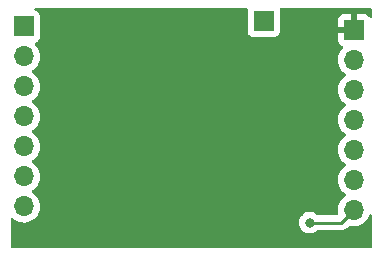
<source format=gbr>
%TF.GenerationSoftware,KiCad,Pcbnew,6.0.5-a6ca702e91~116~ubuntu20.04.1*%
%TF.CreationDate,2022-05-07T22:34:00-05:00*%
%TF.ProjectId,DRF1262T_Shield_v001,44524631-3236-4325-945f-536869656c64,rev?*%
%TF.SameCoordinates,Original*%
%TF.FileFunction,Copper,L2,Bot*%
%TF.FilePolarity,Positive*%
%FSLAX46Y46*%
G04 Gerber Fmt 4.6, Leading zero omitted, Abs format (unit mm)*
G04 Created by KiCad (PCBNEW 6.0.5-a6ca702e91~116~ubuntu20.04.1) date 2022-05-07 22:34:00*
%MOMM*%
%LPD*%
G01*
G04 APERTURE LIST*
%TA.AperFunction,ComponentPad*%
%ADD10R,1.700000X1.700000*%
%TD*%
%TA.AperFunction,ComponentPad*%
%ADD11O,1.700000X1.700000*%
%TD*%
%TA.AperFunction,ViaPad*%
%ADD12C,0.800000*%
%TD*%
%TA.AperFunction,Conductor*%
%ADD13C,0.250000*%
%TD*%
G04 APERTURE END LIST*
D10*
%TO.P,J3,1,Pin_1*%
%TO.N,Net-(J3-Pad1)*%
X160000000Y-77800000D03*
%TD*%
%TO.P,J1,1,Pin_1*%
%TO.N,VCC*%
X139700000Y-78300000D03*
D11*
%TO.P,J1,2,Pin_2*%
%TO.N,D4*%
X139700000Y-80840000D03*
%TO.P,J1,3,Pin_3*%
%TO.N,D3*%
X139700000Y-83380000D03*
%TO.P,J1,4,Pin_4*%
%TO.N,D13{slash}SCK*%
X139700000Y-85920000D03*
%TO.P,J1,5,Pin_5*%
%TO.N,D12{slash}MISO*%
X139700000Y-88460000D03*
%TO.P,J1,6,Pin_6*%
%TO.N,D2{slash}INT0*%
X139700000Y-91000000D03*
%TO.P,J1,7,Pin_7*%
%TO.N,A5{slash}SCL*%
X139700000Y-93540000D03*
%TD*%
D10*
%TO.P,J2,1,Pin_1*%
%TO.N,GND*%
X167640000Y-78600000D03*
D11*
%TO.P,J2,2,Pin_2*%
%TO.N,D5*%
X167640000Y-81140000D03*
%TO.P,J2,3,Pin_3*%
%TO.N,D7*%
X167640000Y-83680000D03*
%TO.P,J2,4,Pin_4*%
%TO.N,D9*%
X167640000Y-86220000D03*
%TO.P,J2,5,Pin_5*%
%TO.N,D10{slash}SS*%
X167640000Y-88760000D03*
%TO.P,J2,6,Pin_6*%
%TO.N,D11{slash}MOSI*%
X167640000Y-91300000D03*
%TO.P,J2,7,Pin_7*%
%TO.N,D6*%
X167640000Y-93840000D03*
%TD*%
D12*
%TO.N,GND*%
X158200000Y-83000000D03*
X158200000Y-84700000D03*
X164000000Y-85000000D03*
X154600000Y-82900000D03*
X152800000Y-82900000D03*
%TO.N,D6*%
X163900000Y-94900000D03*
%TD*%
D13*
%TO.N,D6*%
X163900000Y-94900000D02*
X166580000Y-94900000D01*
X166580000Y-94900000D02*
X167640000Y-93840000D01*
%TD*%
%TA.AperFunction,Conductor*%
%TO.N,GND*%
G36*
X158590198Y-76728502D02*
G01*
X158636691Y-76782158D01*
X158647340Y-76848108D01*
X158641500Y-76901866D01*
X158641500Y-78698134D01*
X158648255Y-78760316D01*
X158699385Y-78896705D01*
X158786739Y-79013261D01*
X158903295Y-79100615D01*
X159039684Y-79151745D01*
X159101866Y-79158500D01*
X160898134Y-79158500D01*
X160960316Y-79151745D01*
X161096705Y-79100615D01*
X161213261Y-79013261D01*
X161300615Y-78896705D01*
X161351745Y-78760316D01*
X161358500Y-78698134D01*
X161358500Y-78327885D01*
X166282000Y-78327885D01*
X166286475Y-78343124D01*
X166287865Y-78344329D01*
X166295548Y-78346000D01*
X167367885Y-78346000D01*
X167383124Y-78341525D01*
X167384329Y-78340135D01*
X167386000Y-78332452D01*
X167386000Y-77260116D01*
X167381525Y-77244877D01*
X167380135Y-77243672D01*
X167372452Y-77242001D01*
X166745331Y-77242001D01*
X166738510Y-77242371D01*
X166687648Y-77247895D01*
X166672396Y-77251521D01*
X166551946Y-77296676D01*
X166536351Y-77305214D01*
X166434276Y-77381715D01*
X166421715Y-77394276D01*
X166345214Y-77496351D01*
X166336676Y-77511946D01*
X166291522Y-77632394D01*
X166287895Y-77647649D01*
X166282369Y-77698514D01*
X166282000Y-77705328D01*
X166282000Y-78327885D01*
X161358500Y-78327885D01*
X161358500Y-76901866D01*
X161352660Y-76848108D01*
X161365188Y-76778225D01*
X161413509Y-76726210D01*
X161477923Y-76708500D01*
X169045500Y-76708500D01*
X169113621Y-76728502D01*
X169160114Y-76782158D01*
X169171500Y-76834500D01*
X169171500Y-77436196D01*
X169151498Y-77504317D01*
X169097842Y-77550810D01*
X169027568Y-77560914D01*
X168962988Y-77531420D01*
X168940372Y-77503388D01*
X168940172Y-77503538D01*
X168935979Y-77497943D01*
X168934980Y-77496705D01*
X168934788Y-77496354D01*
X168858285Y-77394276D01*
X168845724Y-77381715D01*
X168743649Y-77305214D01*
X168728054Y-77296676D01*
X168607606Y-77251522D01*
X168592351Y-77247895D01*
X168541486Y-77242369D01*
X168534672Y-77242000D01*
X167912115Y-77242000D01*
X167896876Y-77246475D01*
X167895671Y-77247865D01*
X167894000Y-77255548D01*
X167894000Y-78728000D01*
X167873998Y-78796121D01*
X167820342Y-78842614D01*
X167768000Y-78854000D01*
X166300116Y-78854000D01*
X166284877Y-78858475D01*
X166283672Y-78859865D01*
X166282001Y-78867548D01*
X166282001Y-79494669D01*
X166282371Y-79501490D01*
X166287895Y-79552352D01*
X166291521Y-79567604D01*
X166336676Y-79688054D01*
X166345214Y-79703649D01*
X166421715Y-79805724D01*
X166434276Y-79818285D01*
X166536351Y-79894786D01*
X166551946Y-79903324D01*
X166660827Y-79944142D01*
X166717591Y-79986784D01*
X166742291Y-80053345D01*
X166727083Y-80122694D01*
X166707691Y-80149175D01*
X166667252Y-80191492D01*
X166580629Y-80282138D01*
X166454743Y-80466680D01*
X166439003Y-80500590D01*
X166384800Y-80617361D01*
X166360688Y-80669305D01*
X166300989Y-80884570D01*
X166277251Y-81106695D01*
X166277548Y-81111848D01*
X166277548Y-81111851D01*
X166278483Y-81128069D01*
X166290110Y-81329715D01*
X166291247Y-81334761D01*
X166291248Y-81334767D01*
X166293882Y-81346453D01*
X166339222Y-81547639D01*
X166354057Y-81584173D01*
X166408923Y-81719292D01*
X166423266Y-81754616D01*
X166463409Y-81820124D01*
X166533645Y-81934738D01*
X166539987Y-81945088D01*
X166686250Y-82113938D01*
X166858126Y-82256632D01*
X166903917Y-82283390D01*
X166931445Y-82299476D01*
X166980169Y-82351114D01*
X166993240Y-82420897D01*
X166966509Y-82486669D01*
X166926055Y-82520027D01*
X166913607Y-82526507D01*
X166909474Y-82529610D01*
X166909471Y-82529612D01*
X166778597Y-82627875D01*
X166734965Y-82660635D01*
X166580629Y-82822138D01*
X166454743Y-83006680D01*
X166439003Y-83040590D01*
X166384800Y-83157361D01*
X166360688Y-83209305D01*
X166300989Y-83424570D01*
X166277251Y-83646695D01*
X166277548Y-83651848D01*
X166277548Y-83651851D01*
X166278483Y-83668069D01*
X166290110Y-83869715D01*
X166291247Y-83874761D01*
X166291248Y-83874767D01*
X166293882Y-83886453D01*
X166339222Y-84087639D01*
X166354057Y-84124173D01*
X166408923Y-84259292D01*
X166423266Y-84294616D01*
X166463409Y-84360124D01*
X166533645Y-84474738D01*
X166539987Y-84485088D01*
X166686250Y-84653938D01*
X166858126Y-84796632D01*
X166903917Y-84823390D01*
X166931445Y-84839476D01*
X166980169Y-84891114D01*
X166993240Y-84960897D01*
X166966509Y-85026669D01*
X166926055Y-85060027D01*
X166913607Y-85066507D01*
X166909474Y-85069610D01*
X166909471Y-85069612D01*
X166778597Y-85167875D01*
X166734965Y-85200635D01*
X166580629Y-85362138D01*
X166454743Y-85546680D01*
X166439003Y-85580590D01*
X166384800Y-85697361D01*
X166360688Y-85749305D01*
X166300989Y-85964570D01*
X166277251Y-86186695D01*
X166277548Y-86191848D01*
X166277548Y-86191851D01*
X166278483Y-86208069D01*
X166290110Y-86409715D01*
X166291247Y-86414761D01*
X166291248Y-86414767D01*
X166293882Y-86426453D01*
X166339222Y-86627639D01*
X166354057Y-86664173D01*
X166408923Y-86799292D01*
X166423266Y-86834616D01*
X166463409Y-86900124D01*
X166533645Y-87014738D01*
X166539987Y-87025088D01*
X166686250Y-87193938D01*
X166858126Y-87336632D01*
X166903917Y-87363390D01*
X166931445Y-87379476D01*
X166980169Y-87431114D01*
X166993240Y-87500897D01*
X166966509Y-87566669D01*
X166926055Y-87600027D01*
X166913607Y-87606507D01*
X166909474Y-87609610D01*
X166909471Y-87609612D01*
X166778597Y-87707875D01*
X166734965Y-87740635D01*
X166580629Y-87902138D01*
X166454743Y-88086680D01*
X166439003Y-88120590D01*
X166384800Y-88237361D01*
X166360688Y-88289305D01*
X166300989Y-88504570D01*
X166277251Y-88726695D01*
X166277548Y-88731848D01*
X166277548Y-88731851D01*
X166278483Y-88748069D01*
X166290110Y-88949715D01*
X166291247Y-88954761D01*
X166291248Y-88954767D01*
X166293882Y-88966453D01*
X166339222Y-89167639D01*
X166354057Y-89204173D01*
X166408923Y-89339292D01*
X166423266Y-89374616D01*
X166463409Y-89440124D01*
X166533645Y-89554738D01*
X166539987Y-89565088D01*
X166686250Y-89733938D01*
X166858126Y-89876632D01*
X166903917Y-89903390D01*
X166931445Y-89919476D01*
X166980169Y-89971114D01*
X166993240Y-90040897D01*
X166966509Y-90106669D01*
X166926055Y-90140027D01*
X166913607Y-90146507D01*
X166909474Y-90149610D01*
X166909471Y-90149612D01*
X166778597Y-90247875D01*
X166734965Y-90280635D01*
X166580629Y-90442138D01*
X166454743Y-90626680D01*
X166439003Y-90660590D01*
X166384800Y-90777361D01*
X166360688Y-90829305D01*
X166300989Y-91044570D01*
X166277251Y-91266695D01*
X166277548Y-91271848D01*
X166277548Y-91271851D01*
X166278483Y-91288069D01*
X166290110Y-91489715D01*
X166291247Y-91494761D01*
X166291248Y-91494767D01*
X166293882Y-91506453D01*
X166339222Y-91707639D01*
X166354057Y-91744173D01*
X166408923Y-91879292D01*
X166423266Y-91914616D01*
X166463409Y-91980124D01*
X166533645Y-92094738D01*
X166539987Y-92105088D01*
X166686250Y-92273938D01*
X166858126Y-92416632D01*
X166903917Y-92443390D01*
X166931445Y-92459476D01*
X166980169Y-92511114D01*
X166993240Y-92580897D01*
X166966509Y-92646669D01*
X166926055Y-92680027D01*
X166913607Y-92686507D01*
X166909474Y-92689610D01*
X166909471Y-92689612D01*
X166778597Y-92787875D01*
X166734965Y-92820635D01*
X166580629Y-92982138D01*
X166454743Y-93166680D01*
X166439003Y-93200590D01*
X166384800Y-93317361D01*
X166360688Y-93369305D01*
X166300989Y-93584570D01*
X166277251Y-93806695D01*
X166277548Y-93811848D01*
X166277548Y-93811851D01*
X166278483Y-93828069D01*
X166290110Y-94029715D01*
X166291247Y-94034761D01*
X166291248Y-94034767D01*
X166308834Y-94112799D01*
X166304298Y-94183651D01*
X166262176Y-94240802D01*
X166195843Y-94266108D01*
X166185917Y-94266500D01*
X164608200Y-94266500D01*
X164540079Y-94246498D01*
X164520853Y-94230157D01*
X164520580Y-94230460D01*
X164515668Y-94226037D01*
X164511253Y-94221134D01*
X164383161Y-94128069D01*
X164362094Y-94112763D01*
X164362093Y-94112762D01*
X164356752Y-94108882D01*
X164350724Y-94106198D01*
X164350722Y-94106197D01*
X164188319Y-94033891D01*
X164188318Y-94033891D01*
X164182288Y-94031206D01*
X164088887Y-94011353D01*
X164001944Y-93992872D01*
X164001939Y-93992872D01*
X163995487Y-93991500D01*
X163804513Y-93991500D01*
X163798061Y-93992872D01*
X163798056Y-93992872D01*
X163711113Y-94011353D01*
X163617712Y-94031206D01*
X163611682Y-94033891D01*
X163611681Y-94033891D01*
X163449278Y-94106197D01*
X163449276Y-94106198D01*
X163443248Y-94108882D01*
X163437907Y-94112762D01*
X163437906Y-94112763D01*
X163416839Y-94128069D01*
X163288747Y-94221134D01*
X163284326Y-94226044D01*
X163284325Y-94226045D01*
X163199007Y-94320801D01*
X163160960Y-94363056D01*
X163157659Y-94368774D01*
X163070277Y-94520124D01*
X163065473Y-94528444D01*
X163006458Y-94710072D01*
X162986496Y-94900000D01*
X162987186Y-94906565D01*
X162998152Y-95010896D01*
X163006458Y-95089928D01*
X163065473Y-95271556D01*
X163160960Y-95436944D01*
X163165378Y-95441851D01*
X163165379Y-95441852D01*
X163247452Y-95533003D01*
X163288747Y-95578866D01*
X163443248Y-95691118D01*
X163449276Y-95693802D01*
X163449278Y-95693803D01*
X163611681Y-95766109D01*
X163617712Y-95768794D01*
X163711112Y-95788647D01*
X163798056Y-95807128D01*
X163798061Y-95807128D01*
X163804513Y-95808500D01*
X163995487Y-95808500D01*
X164001939Y-95807128D01*
X164001944Y-95807128D01*
X164088888Y-95788647D01*
X164182288Y-95768794D01*
X164188319Y-95766109D01*
X164350722Y-95693803D01*
X164350724Y-95693802D01*
X164356752Y-95691118D01*
X164511253Y-95578866D01*
X164515668Y-95573963D01*
X164520580Y-95569540D01*
X164521705Y-95570789D01*
X164575014Y-95537949D01*
X164608200Y-95533500D01*
X166501233Y-95533500D01*
X166512416Y-95534027D01*
X166519909Y-95535702D01*
X166527835Y-95535453D01*
X166527836Y-95535453D01*
X166587986Y-95533562D01*
X166591945Y-95533500D01*
X166619856Y-95533500D01*
X166623791Y-95533003D01*
X166623856Y-95532995D01*
X166635693Y-95532062D01*
X166667951Y-95531048D01*
X166671970Y-95530922D01*
X166679889Y-95530673D01*
X166699343Y-95525021D01*
X166718700Y-95521013D01*
X166730930Y-95519468D01*
X166730931Y-95519468D01*
X166738797Y-95518474D01*
X166746168Y-95515555D01*
X166746170Y-95515555D01*
X166779912Y-95502196D01*
X166791142Y-95498351D01*
X166825983Y-95488229D01*
X166825984Y-95488229D01*
X166833593Y-95486018D01*
X166840412Y-95481985D01*
X166840417Y-95481983D01*
X166851028Y-95475707D01*
X166868776Y-95467012D01*
X166887617Y-95459552D01*
X166923387Y-95433564D01*
X166933307Y-95427048D01*
X166964535Y-95408580D01*
X166964538Y-95408578D01*
X166971362Y-95404542D01*
X166985683Y-95390221D01*
X167000717Y-95377380D01*
X167010694Y-95370131D01*
X167017107Y-95365472D01*
X167045298Y-95331395D01*
X167053288Y-95322616D01*
X167184549Y-95191355D01*
X167246861Y-95157329D01*
X167298762Y-95156979D01*
X167478597Y-95193567D01*
X167483772Y-95193757D01*
X167483774Y-95193757D01*
X167696673Y-95201564D01*
X167696677Y-95201564D01*
X167701837Y-95201753D01*
X167706957Y-95201097D01*
X167706959Y-95201097D01*
X167918288Y-95174025D01*
X167918289Y-95174025D01*
X167923416Y-95173368D01*
X167928366Y-95171883D01*
X168132429Y-95110661D01*
X168132434Y-95110659D01*
X168137384Y-95109174D01*
X168337994Y-95010896D01*
X168519860Y-94881173D01*
X168527693Y-94873368D01*
X168674435Y-94727137D01*
X168678096Y-94723489D01*
X168808453Y-94542077D01*
X168818020Y-94522721D01*
X168905136Y-94346453D01*
X168905137Y-94346451D01*
X168907430Y-94341811D01*
X168924943Y-94284171D01*
X168963882Y-94224808D01*
X169028736Y-94195921D01*
X169098913Y-94206682D01*
X169152131Y-94253675D01*
X169171500Y-94320801D01*
X169171500Y-96965500D01*
X169151498Y-97033621D01*
X169097842Y-97080114D01*
X169045500Y-97091500D01*
X138694500Y-97091500D01*
X138626379Y-97071498D01*
X138579886Y-97017842D01*
X138568500Y-96965500D01*
X138568500Y-94634738D01*
X138588502Y-94566617D01*
X138642158Y-94520124D01*
X138712432Y-94510020D01*
X138774984Y-94537794D01*
X138918126Y-94656632D01*
X139111000Y-94769338D01*
X139319692Y-94849030D01*
X139324760Y-94850061D01*
X139324763Y-94850062D01*
X139432017Y-94871883D01*
X139538597Y-94893567D01*
X139543772Y-94893757D01*
X139543774Y-94893757D01*
X139756673Y-94901564D01*
X139756677Y-94901564D01*
X139761837Y-94901753D01*
X139766957Y-94901097D01*
X139766959Y-94901097D01*
X139978288Y-94874025D01*
X139978289Y-94874025D01*
X139983416Y-94873368D01*
X139988366Y-94871883D01*
X140192429Y-94810661D01*
X140192434Y-94810659D01*
X140197384Y-94809174D01*
X140397994Y-94710896D01*
X140579860Y-94581173D01*
X140738096Y-94423489D01*
X140777413Y-94368774D01*
X140865435Y-94246277D01*
X140868453Y-94242077D01*
X140874195Y-94230460D01*
X140965136Y-94046453D01*
X140965137Y-94046451D01*
X140967430Y-94041811D01*
X141032370Y-93828069D01*
X141061529Y-93606590D01*
X141063156Y-93540000D01*
X141044852Y-93317361D01*
X140990431Y-93100702D01*
X140901354Y-92895840D01*
X140780014Y-92708277D01*
X140629670Y-92543051D01*
X140625619Y-92539852D01*
X140625615Y-92539848D01*
X140458414Y-92407800D01*
X140458410Y-92407798D01*
X140454359Y-92404598D01*
X140413053Y-92381796D01*
X140363084Y-92331364D01*
X140348312Y-92261921D01*
X140373428Y-92195516D01*
X140400780Y-92168909D01*
X140444603Y-92137650D01*
X140579860Y-92041173D01*
X140738096Y-91883489D01*
X140868453Y-91702077D01*
X140967430Y-91501811D01*
X141032370Y-91288069D01*
X141061529Y-91066590D01*
X141063156Y-91000000D01*
X141044852Y-90777361D01*
X140990431Y-90560702D01*
X140901354Y-90355840D01*
X140780014Y-90168277D01*
X140629670Y-90003051D01*
X140625619Y-89999852D01*
X140625615Y-89999848D01*
X140458414Y-89867800D01*
X140458410Y-89867798D01*
X140454359Y-89864598D01*
X140413053Y-89841796D01*
X140363084Y-89791364D01*
X140348312Y-89721921D01*
X140373428Y-89655516D01*
X140400780Y-89628909D01*
X140444603Y-89597650D01*
X140579860Y-89501173D01*
X140738096Y-89343489D01*
X140868453Y-89162077D01*
X140967430Y-88961811D01*
X141032370Y-88748069D01*
X141061529Y-88526590D01*
X141063156Y-88460000D01*
X141044852Y-88237361D01*
X140990431Y-88020702D01*
X140901354Y-87815840D01*
X140780014Y-87628277D01*
X140629670Y-87463051D01*
X140625619Y-87459852D01*
X140625615Y-87459848D01*
X140458414Y-87327800D01*
X140458410Y-87327798D01*
X140454359Y-87324598D01*
X140413053Y-87301796D01*
X140363084Y-87251364D01*
X140348312Y-87181921D01*
X140373428Y-87115516D01*
X140400780Y-87088909D01*
X140444603Y-87057650D01*
X140579860Y-86961173D01*
X140738096Y-86803489D01*
X140868453Y-86622077D01*
X140967430Y-86421811D01*
X141032370Y-86208069D01*
X141061529Y-85986590D01*
X141063156Y-85920000D01*
X141044852Y-85697361D01*
X140990431Y-85480702D01*
X140901354Y-85275840D01*
X140780014Y-85088277D01*
X140629670Y-84923051D01*
X140625619Y-84919852D01*
X140625615Y-84919848D01*
X140458414Y-84787800D01*
X140458410Y-84787798D01*
X140454359Y-84784598D01*
X140413053Y-84761796D01*
X140363084Y-84711364D01*
X140348312Y-84641921D01*
X140373428Y-84575516D01*
X140400780Y-84548909D01*
X140444603Y-84517650D01*
X140579860Y-84421173D01*
X140738096Y-84263489D01*
X140868453Y-84082077D01*
X140967430Y-83881811D01*
X141032370Y-83668069D01*
X141061529Y-83446590D01*
X141063156Y-83380000D01*
X141044852Y-83157361D01*
X140990431Y-82940702D01*
X140901354Y-82735840D01*
X140780014Y-82548277D01*
X140629670Y-82383051D01*
X140625619Y-82379852D01*
X140625615Y-82379848D01*
X140458414Y-82247800D01*
X140458410Y-82247798D01*
X140454359Y-82244598D01*
X140413053Y-82221796D01*
X140363084Y-82171364D01*
X140348312Y-82101921D01*
X140373428Y-82035516D01*
X140400780Y-82008909D01*
X140444603Y-81977650D01*
X140579860Y-81881173D01*
X140738096Y-81723489D01*
X140868453Y-81542077D01*
X140967430Y-81341811D01*
X141032370Y-81128069D01*
X141061529Y-80906590D01*
X141063156Y-80840000D01*
X141044852Y-80617361D01*
X140990431Y-80400702D01*
X140901354Y-80195840D01*
X140780014Y-80008277D01*
X140760205Y-79986507D01*
X140632798Y-79846488D01*
X140601746Y-79782642D01*
X140610141Y-79712143D01*
X140655317Y-79657375D01*
X140681761Y-79643706D01*
X140788297Y-79603767D01*
X140796705Y-79600615D01*
X140913261Y-79513261D01*
X141000615Y-79396705D01*
X141051745Y-79260316D01*
X141058500Y-79198134D01*
X141058500Y-77401866D01*
X141051745Y-77339684D01*
X141000615Y-77203295D01*
X140913261Y-77086739D01*
X140796705Y-76999385D01*
X140788296Y-76996233D01*
X140788295Y-76996232D01*
X140671592Y-76952482D01*
X140614827Y-76909841D01*
X140590127Y-76843279D01*
X140605334Y-76773930D01*
X140655620Y-76723812D01*
X140715821Y-76708500D01*
X158522077Y-76708500D01*
X158590198Y-76728502D01*
G37*
%TD.AperFunction*%
%TD*%
M02*

</source>
